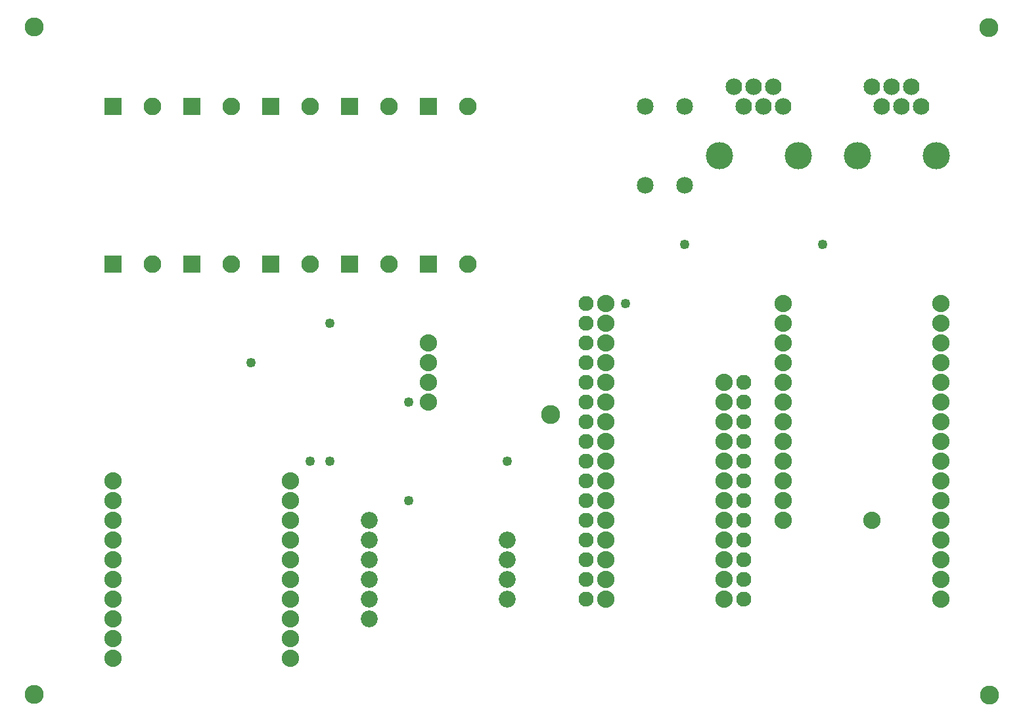
<source format=gbs>
G04 MADE WITH FRITZING*
G04 WWW.FRITZING.ORG*
G04 DOUBLE SIDED*
G04 HOLES PLATED*
G04 CONTOUR ON CENTER OF CONTOUR VECTOR*
%ASAXBY*%
%FSLAX23Y23*%
%MOIN*%
%OFA0B0*%
%SFA1.0B1.0*%
%ADD10C,0.049370*%
%ADD11C,0.088000*%
%ADD12C,0.076000*%
%ADD13C,0.086000*%
%ADD14C,0.085000*%
%ADD15C,0.096614*%
%ADD16C,0.084000*%
%ADD17C,0.138000*%
%ADD18C,0.089370*%
%ADD19R,0.089370X0.089370*%
%LNMASK0*%
G90*
G70*
G54D10*
X1702Y1382D03*
G54D11*
X2202Y1982D03*
X2202Y1882D03*
X2202Y1782D03*
X2202Y1682D03*
X4002Y2182D03*
X4002Y2082D03*
X4002Y1982D03*
X4002Y1882D03*
X4002Y1782D03*
X4002Y1682D03*
X4002Y1582D03*
X4002Y1482D03*
X4002Y1382D03*
X4002Y1282D03*
X4002Y1182D03*
X4002Y1082D03*
X4802Y2182D03*
X4802Y2082D03*
X4802Y1982D03*
X4802Y1882D03*
X4802Y1782D03*
X4802Y1682D03*
X4802Y1582D03*
X4802Y1482D03*
X4802Y1382D03*
X4802Y1282D03*
X4802Y1182D03*
X4802Y1082D03*
X4802Y982D03*
X4802Y882D03*
X4802Y782D03*
X4802Y682D03*
X4451Y1082D03*
X602Y1282D03*
X602Y1182D03*
X602Y1082D03*
X602Y982D03*
X602Y882D03*
X602Y782D03*
X602Y682D03*
X602Y582D03*
X602Y482D03*
X602Y382D03*
X1502Y1282D03*
X1502Y1182D03*
X1502Y1082D03*
X1502Y982D03*
X1502Y882D03*
X1502Y782D03*
X1502Y682D03*
X1502Y582D03*
X1502Y482D03*
X1502Y382D03*
G54D10*
X2102Y1182D03*
G54D12*
X3002Y682D03*
X3002Y782D03*
X3002Y882D03*
X3002Y982D03*
X3002Y1082D03*
X3002Y1182D03*
X3002Y1282D03*
X3002Y1382D03*
X3002Y1482D03*
X3002Y1582D03*
X3002Y1682D03*
X3002Y1782D03*
X3002Y1882D03*
X3002Y1982D03*
X3002Y2082D03*
X3002Y2182D03*
X3802Y1782D03*
X3802Y1682D03*
X3802Y1582D03*
X3802Y1482D03*
X3802Y1382D03*
X3802Y1282D03*
X3802Y1182D03*
X3802Y1082D03*
X3802Y982D03*
X3802Y882D03*
X3802Y782D03*
X3802Y682D03*
G54D13*
X1902Y1082D03*
X1902Y982D03*
X1902Y882D03*
X1902Y782D03*
X1902Y682D03*
X1902Y582D03*
X2602Y982D03*
X2602Y882D03*
X2602Y782D03*
X2602Y682D03*
G54D14*
X3302Y2782D03*
X3302Y3182D03*
X3502Y2782D03*
X3502Y3182D03*
G54D15*
X2820Y1618D03*
X5046Y193D03*
X202Y199D03*
X199Y3585D03*
X5043Y3582D03*
G54D16*
X4452Y3282D03*
X4502Y3182D03*
X4552Y3282D03*
X4602Y3182D03*
X4652Y3282D03*
X4702Y3182D03*
G54D17*
X4377Y2932D03*
X4777Y2932D03*
G54D16*
X3752Y3282D03*
X3802Y3182D03*
X3852Y3282D03*
X3902Y3182D03*
X3952Y3282D03*
X4002Y3182D03*
G54D17*
X3677Y2932D03*
X4077Y2932D03*
G54D18*
X602Y3182D03*
X802Y3182D03*
X1002Y3182D03*
X1202Y3182D03*
X1402Y3182D03*
X1602Y3182D03*
X1802Y3182D03*
X2002Y3182D03*
X1402Y2382D03*
X1602Y2382D03*
X1802Y2382D03*
X2002Y2382D03*
X1002Y2382D03*
X1202Y2382D03*
X2202Y3182D03*
X2402Y3182D03*
X602Y2382D03*
X802Y2382D03*
X2202Y2382D03*
X2402Y2382D03*
G54D10*
X2102Y1682D03*
X1702Y2082D03*
X2602Y1382D03*
X3502Y2482D03*
X4202Y2482D03*
X1302Y1882D03*
X3202Y2182D03*
G54D11*
X3102Y2182D03*
X3102Y2082D03*
X3102Y1982D03*
X3102Y1882D03*
X3102Y1782D03*
X3102Y1682D03*
X3102Y1582D03*
X3102Y1482D03*
X3102Y1382D03*
X3102Y1282D03*
X3102Y1182D03*
X3102Y1082D03*
X3102Y982D03*
X3102Y882D03*
X3102Y782D03*
X3102Y682D03*
X3702Y1782D03*
X3702Y1682D03*
X3702Y1582D03*
X3702Y1482D03*
X3702Y1382D03*
X3702Y1282D03*
X3702Y1182D03*
X3702Y1082D03*
X3702Y982D03*
X3702Y882D03*
X3702Y782D03*
X3702Y682D03*
G54D10*
X1602Y1382D03*
G54D19*
X602Y3182D03*
X1002Y3182D03*
X1402Y3182D03*
X1802Y3182D03*
X1402Y2382D03*
X1802Y2382D03*
X1002Y2382D03*
X2202Y3182D03*
X602Y2382D03*
X2202Y2382D03*
G04 End of Mask0*
M02*
</source>
